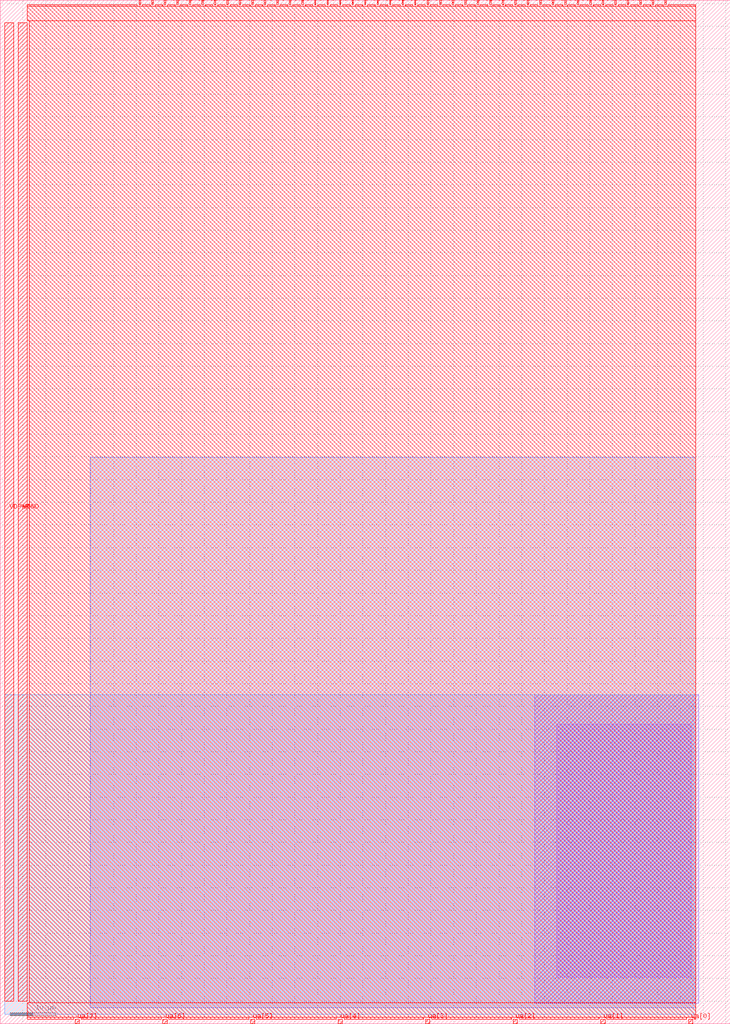
<source format=lef>
VERSION 5.7 ;
  NOWIREEXTENSIONATPIN ON ;
  DIVIDERCHAR "/" ;
  BUSBITCHARS "[]" ;
MACRO tt_um_wjtoren_r2r_dac
  CLASS BLOCK ;
  FOREIGN tt_um_wjtoren_r2r_dac ;
  ORIGIN 0.000 0.000 ;
  SIZE 161.000 BY 225.760 ;
  PIN clk
    DIRECTION INPUT ;
    USE SIGNAL ;
    PORT
      LAYER met4 ;
        RECT 143.830 224.760 144.130 225.760 ;
    END
  END clk
  PIN ena
    DIRECTION INPUT ;
    USE SIGNAL ;
    PORT
      LAYER met4 ;
        RECT 146.590 224.760 146.890 225.760 ;
    END
  END ena
  PIN rst_n
    DIRECTION INPUT ;
    USE SIGNAL ;
    PORT
      LAYER met4 ;
        RECT 141.070 224.760 141.370 225.760 ;
    END
  END rst_n
  PIN ua[0]
    DIRECTION INOUT ;
    USE SIGNAL ;
    ANTENNADIFFAREA 15.839999 ;
    PORT
      LAYER met4 ;
        RECT 151.810 0.000 152.710 1.000 ;
    END
  END ua[0]
  PIN ua[1]
    DIRECTION INOUT ;
    USE SIGNAL ;
    ANTENNADIFFAREA 15.839999 ;
    PORT
      LAYER met4 ;
        RECT 132.490 0.000 133.390 1.000 ;
    END
  END ua[1]
  PIN ua[2]
    DIRECTION INOUT ;
    USE SIGNAL ;
    PORT
      LAYER met4 ;
        RECT 113.170 0.000 114.070 1.000 ;
    END
  END ua[2]
  PIN ua[3]
    DIRECTION INOUT ;
    USE SIGNAL ;
    PORT
      LAYER met4 ;
        RECT 93.850 0.000 94.750 1.000 ;
    END
  END ua[3]
  PIN ua[4]
    DIRECTION INOUT ;
    USE SIGNAL ;
    PORT
      LAYER met4 ;
        RECT 74.530 0.000 75.430 1.000 ;
    END
  END ua[4]
  PIN ua[5]
    DIRECTION INOUT ;
    USE SIGNAL ;
    PORT
      LAYER met4 ;
        RECT 55.210 0.000 56.110 1.000 ;
    END
  END ua[5]
  PIN ua[6]
    DIRECTION INOUT ;
    USE SIGNAL ;
    PORT
      LAYER met4 ;
        RECT 35.890 0.000 36.790 1.000 ;
    END
  END ua[6]
  PIN ua[7]
    DIRECTION INOUT ;
    USE SIGNAL ;
    PORT
      LAYER met4 ;
        RECT 16.570 0.000 17.470 1.000 ;
    END
  END ua[7]
  PIN ui_in[0]
    DIRECTION INPUT ;
    USE SIGNAL ;
    ANTENNAGATEAREA 0.495000 ;
    PORT
      LAYER met4 ;
        RECT 138.310 224.760 138.610 225.760 ;
    END
  END ui_in[0]
  PIN ui_in[1]
    DIRECTION INPUT ;
    USE SIGNAL ;
    ANTENNAGATEAREA 0.495000 ;
    PORT
      LAYER met4 ;
        RECT 135.550 224.760 135.850 225.760 ;
    END
  END ui_in[1]
  PIN ui_in[2]
    DIRECTION INPUT ;
    USE SIGNAL ;
    PORT
      LAYER met4 ;
        RECT 132.790 224.760 133.090 225.760 ;
    END
  END ui_in[2]
  PIN ui_in[3]
    DIRECTION INPUT ;
    USE SIGNAL ;
    PORT
      LAYER met4 ;
        RECT 130.030 224.760 130.330 225.760 ;
    END
  END ui_in[3]
  PIN ui_in[4]
    DIRECTION INPUT ;
    USE SIGNAL ;
    PORT
      LAYER met4 ;
        RECT 127.270 224.760 127.570 225.760 ;
    END
  END ui_in[4]
  PIN ui_in[5]
    DIRECTION INPUT ;
    USE SIGNAL ;
    PORT
      LAYER met4 ;
        RECT 124.510 224.760 124.810 225.760 ;
    END
  END ui_in[5]
  PIN ui_in[6]
    DIRECTION INPUT ;
    USE SIGNAL ;
    PORT
      LAYER met4 ;
        RECT 121.750 224.760 122.050 225.760 ;
    END
  END ui_in[6]
  PIN ui_in[7]
    DIRECTION INPUT ;
    USE SIGNAL ;
    PORT
      LAYER met4 ;
        RECT 118.990 224.760 119.290 225.760 ;
    END
  END ui_in[7]
  PIN uio_in[0]
    DIRECTION INPUT ;
    USE SIGNAL ;
    PORT
      LAYER met4 ;
        RECT 116.230 224.760 116.530 225.760 ;
    END
  END uio_in[0]
  PIN uio_in[1]
    DIRECTION INPUT ;
    USE SIGNAL ;
    PORT
      LAYER met4 ;
        RECT 113.470 224.760 113.770 225.760 ;
    END
  END uio_in[1]
  PIN uio_in[2]
    DIRECTION INPUT ;
    USE SIGNAL ;
    PORT
      LAYER met4 ;
        RECT 110.710 224.760 111.010 225.760 ;
    END
  END uio_in[2]
  PIN uio_in[3]
    DIRECTION INPUT ;
    USE SIGNAL ;
    PORT
      LAYER met4 ;
        RECT 107.950 224.760 108.250 225.760 ;
    END
  END uio_in[3]
  PIN uio_in[4]
    DIRECTION INPUT ;
    USE SIGNAL ;
    PORT
      LAYER met4 ;
        RECT 105.190 224.760 105.490 225.760 ;
    END
  END uio_in[4]
  PIN uio_in[5]
    DIRECTION INPUT ;
    USE SIGNAL ;
    PORT
      LAYER met4 ;
        RECT 102.430 224.760 102.730 225.760 ;
    END
  END uio_in[5]
  PIN uio_in[6]
    DIRECTION INPUT ;
    USE SIGNAL ;
    PORT
      LAYER met4 ;
        RECT 99.670 224.760 99.970 225.760 ;
    END
  END uio_in[6]
  PIN uio_in[7]
    DIRECTION INPUT ;
    USE SIGNAL ;
    PORT
      LAYER met4 ;
        RECT 96.910 224.760 97.210 225.760 ;
    END
  END uio_in[7]
  PIN uio_oe[0]
    DIRECTION OUTPUT ;
    USE SIGNAL ;
    ANTENNADIFFAREA 41.928497 ;
    PORT
      LAYER met4 ;
        RECT 49.990 224.760 50.290 225.760 ;
    END
  END uio_oe[0]
  PIN uio_oe[1]
    DIRECTION OUTPUT ;
    USE SIGNAL ;
    ANTENNADIFFAREA 41.928497 ;
    PORT
      LAYER met4 ;
        RECT 47.230 224.760 47.530 225.760 ;
    END
  END uio_oe[1]
  PIN uio_oe[2]
    DIRECTION OUTPUT ;
    USE SIGNAL ;
    ANTENNADIFFAREA 41.928497 ;
    PORT
      LAYER met4 ;
        RECT 44.470 224.760 44.770 225.760 ;
    END
  END uio_oe[2]
  PIN uio_oe[3]
    DIRECTION OUTPUT ;
    USE SIGNAL ;
    ANTENNADIFFAREA 41.928497 ;
    PORT
      LAYER met4 ;
        RECT 41.710 224.760 42.010 225.760 ;
    END
  END uio_oe[3]
  PIN uio_oe[4]
    DIRECTION OUTPUT ;
    USE SIGNAL ;
    ANTENNADIFFAREA 41.928497 ;
    PORT
      LAYER met4 ;
        RECT 38.950 224.760 39.250 225.760 ;
    END
  END uio_oe[4]
  PIN uio_oe[5]
    DIRECTION OUTPUT ;
    USE SIGNAL ;
    ANTENNADIFFAREA 41.928497 ;
    PORT
      LAYER met4 ;
        RECT 36.190 224.760 36.490 225.760 ;
    END
  END uio_oe[5]
  PIN uio_oe[6]
    DIRECTION OUTPUT ;
    USE SIGNAL ;
    ANTENNADIFFAREA 41.928497 ;
    PORT
      LAYER met4 ;
        RECT 33.430 224.760 33.730 225.760 ;
    END
  END uio_oe[6]
  PIN uio_oe[7]
    DIRECTION OUTPUT ;
    USE SIGNAL ;
    ANTENNADIFFAREA 41.928497 ;
    PORT
      LAYER met4 ;
        RECT 30.670 224.760 30.970 225.760 ;
    END
  END uio_oe[7]
  PIN uio_out[0]
    DIRECTION OUTPUT ;
    USE SIGNAL ;
    ANTENNADIFFAREA 41.928497 ;
    PORT
      LAYER met4 ;
        RECT 72.070 224.760 72.370 225.760 ;
    END
  END uio_out[0]
  PIN uio_out[1]
    DIRECTION OUTPUT ;
    USE SIGNAL ;
    ANTENNADIFFAREA 41.928497 ;
    PORT
      LAYER met4 ;
        RECT 69.310 224.760 69.610 225.760 ;
    END
  END uio_out[1]
  PIN uio_out[2]
    DIRECTION OUTPUT ;
    USE SIGNAL ;
    ANTENNADIFFAREA 41.928497 ;
    PORT
      LAYER met4 ;
        RECT 66.550 224.760 66.850 225.760 ;
    END
  END uio_out[2]
  PIN uio_out[3]
    DIRECTION OUTPUT ;
    USE SIGNAL ;
    ANTENNADIFFAREA 41.928497 ;
    PORT
      LAYER met4 ;
        RECT 63.790 224.760 64.090 225.760 ;
    END
  END uio_out[3]
  PIN uio_out[4]
    DIRECTION OUTPUT ;
    USE SIGNAL ;
    ANTENNADIFFAREA 41.928497 ;
    PORT
      LAYER met4 ;
        RECT 61.030 224.760 61.330 225.760 ;
    END
  END uio_out[4]
  PIN uio_out[5]
    DIRECTION OUTPUT ;
    USE SIGNAL ;
    ANTENNADIFFAREA 41.928497 ;
    PORT
      LAYER met4 ;
        RECT 58.270 224.760 58.570 225.760 ;
    END
  END uio_out[5]
  PIN uio_out[6]
    DIRECTION OUTPUT ;
    USE SIGNAL ;
    ANTENNADIFFAREA 41.928497 ;
    PORT
      LAYER met4 ;
        RECT 55.510 224.760 55.810 225.760 ;
    END
  END uio_out[6]
  PIN uio_out[7]
    DIRECTION OUTPUT ;
    USE SIGNAL ;
    ANTENNADIFFAREA 41.928497 ;
    PORT
      LAYER met4 ;
        RECT 52.750 224.760 53.050 225.760 ;
    END
  END uio_out[7]
  PIN uo_out[0]
    DIRECTION OUTPUT ;
    USE SIGNAL ;
    ANTENNADIFFAREA 41.928497 ;
    PORT
      LAYER met4 ;
        RECT 94.150 224.760 94.450 225.760 ;
    END
  END uo_out[0]
  PIN uo_out[1]
    DIRECTION OUTPUT ;
    USE SIGNAL ;
    ANTENNADIFFAREA 41.928497 ;
    PORT
      LAYER met4 ;
        RECT 91.390 224.760 91.690 225.760 ;
    END
  END uo_out[1]
  PIN uo_out[2]
    DIRECTION OUTPUT ;
    USE SIGNAL ;
    ANTENNADIFFAREA 41.928497 ;
    PORT
      LAYER met4 ;
        RECT 88.630 224.760 88.930 225.760 ;
    END
  END uo_out[2]
  PIN uo_out[3]
    DIRECTION OUTPUT ;
    USE SIGNAL ;
    ANTENNADIFFAREA 41.928497 ;
    PORT
      LAYER met4 ;
        RECT 85.870 224.760 86.170 225.760 ;
    END
  END uo_out[3]
  PIN uo_out[4]
    DIRECTION OUTPUT ;
    USE SIGNAL ;
    ANTENNADIFFAREA 41.928497 ;
    PORT
      LAYER met4 ;
        RECT 83.110 224.760 83.410 225.760 ;
    END
  END uo_out[4]
  PIN uo_out[5]
    DIRECTION OUTPUT ;
    USE SIGNAL ;
    ANTENNADIFFAREA 41.928497 ;
    PORT
      LAYER met4 ;
        RECT 80.350 224.760 80.650 225.760 ;
    END
  END uo_out[5]
  PIN uo_out[6]
    DIRECTION OUTPUT ;
    USE SIGNAL ;
    ANTENNADIFFAREA 41.928497 ;
    PORT
      LAYER met4 ;
        RECT 77.590 224.760 77.890 225.760 ;
    END
  END uo_out[6]
  PIN uo_out[7]
    DIRECTION OUTPUT ;
    USE SIGNAL ;
    ANTENNADIFFAREA 41.928497 ;
    PORT
      LAYER met4 ;
        RECT 74.830 224.760 75.130 225.760 ;
    END
  END uo_out[7]
  PIN VDPWR
    DIRECTION INOUT ;
    USE POWER ;
    PORT
      LAYER met4 ;
        RECT 1.000 5.000 3.000 220.760 ;
    END
  END VDPWR
  PIN VGND
    DIRECTION INOUT ;
    USE GROUND ;
    PORT
      LAYER met4 ;
        RECT 4.000 5.000 6.000 220.760 ;
    END
  END VGND
  OBS
      LAYER li1 ;
        RECT 122.730 10.300 152.380 66.090 ;
      LAYER met1 ;
        RECT 117.925 4.550 154.100 72.530 ;
      LAYER met2 ;
        RECT 19.900 3.550 153.400 124.950 ;
      LAYER met3 ;
        RECT 1.000 2.050 153.425 72.525 ;
      LAYER met4 ;
        RECT 6.000 224.360 30.270 224.760 ;
        RECT 31.370 224.360 33.030 224.760 ;
        RECT 34.130 224.360 35.790 224.760 ;
        RECT 36.890 224.360 38.550 224.760 ;
        RECT 39.650 224.360 41.310 224.760 ;
        RECT 42.410 224.360 44.070 224.760 ;
        RECT 45.170 224.360 46.830 224.760 ;
        RECT 47.930 224.360 49.590 224.760 ;
        RECT 50.690 224.360 52.350 224.760 ;
        RECT 53.450 224.360 55.110 224.760 ;
        RECT 56.210 224.360 57.870 224.760 ;
        RECT 58.970 224.360 60.630 224.760 ;
        RECT 61.730 224.360 63.390 224.760 ;
        RECT 64.490 224.360 66.150 224.760 ;
        RECT 67.250 224.360 68.910 224.760 ;
        RECT 70.010 224.360 71.670 224.760 ;
        RECT 72.770 224.360 74.430 224.760 ;
        RECT 75.530 224.360 77.190 224.760 ;
        RECT 78.290 224.360 79.950 224.760 ;
        RECT 81.050 224.360 82.710 224.760 ;
        RECT 83.810 224.360 85.470 224.760 ;
        RECT 86.570 224.360 88.230 224.760 ;
        RECT 89.330 224.360 90.990 224.760 ;
        RECT 92.090 224.360 93.750 224.760 ;
        RECT 94.850 224.360 96.510 224.760 ;
        RECT 97.610 224.360 99.270 224.760 ;
        RECT 100.370 224.360 102.030 224.760 ;
        RECT 103.130 224.360 104.790 224.760 ;
        RECT 105.890 224.360 107.550 224.760 ;
        RECT 108.650 224.360 110.310 224.760 ;
        RECT 111.410 224.360 113.070 224.760 ;
        RECT 114.170 224.360 115.830 224.760 ;
        RECT 116.930 224.360 118.590 224.760 ;
        RECT 119.690 224.360 121.350 224.760 ;
        RECT 122.450 224.360 124.110 224.760 ;
        RECT 125.210 224.360 126.870 224.760 ;
        RECT 127.970 224.360 129.630 224.760 ;
        RECT 130.730 224.360 132.390 224.760 ;
        RECT 133.490 224.360 135.150 224.760 ;
        RECT 136.250 224.360 137.910 224.760 ;
        RECT 139.010 224.360 140.670 224.760 ;
        RECT 141.770 224.360 143.430 224.760 ;
        RECT 144.530 224.360 146.190 224.760 ;
        RECT 147.290 224.360 153.405 224.760 ;
        RECT 6.000 221.160 153.405 224.360 ;
        RECT 6.400 4.600 153.405 221.160 ;
        RECT 6.000 1.400 153.405 4.600 ;
        RECT 6.000 1.000 16.170 1.400 ;
        RECT 17.870 1.000 35.490 1.400 ;
        RECT 37.190 1.000 54.810 1.400 ;
        RECT 56.510 1.000 74.130 1.400 ;
        RECT 75.830 1.000 93.450 1.400 ;
        RECT 95.150 1.000 112.770 1.400 ;
        RECT 114.470 1.000 132.090 1.400 ;
        RECT 133.790 1.000 151.410 1.400 ;
        RECT 153.110 1.000 153.405 1.400 ;
  END
END tt_um_wjtoren_r2r_dac
END LIBRARY


</source>
